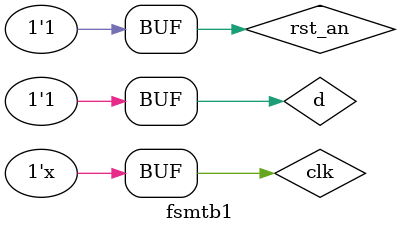
<source format=v>
module fsm(rst_an,clk,d,out);
  input rst_an,clk,d;
  output reg out;
  parameter s1=3'b000 , s2 =3'b001 , s3=3'b010,s4=3'b011,s5=3'b100;
  reg [2:0]state,next;
  
  always @(posedge clk or negedge rst_an)
  begin
  if (!rst_an)
    state<=s1;
  else
    state<=next;
  end
  
  
always @(state or d)
begin
  next=3'bx;
  case(state)
    s1:begin
      if(d)
        next = s4;
      else
        next = s2;
      end
      
    s2:begin
      if(d)
        next = s4;
      else
        next = s3;
      end
      
    s3:begin 
      if(d)
        next=s4;
      else
        next = s2;
      end
    s4:begin
      if(d)
        next = s5;
      else
        next=s2;
      end
    s5:begin
      if(d)
        next = s4;
      else
        next=s2;
      end
    endcase
    
  end
  
always @(posedge clk or negedge rst_an)
  begin
    if(!rst_an)
      out=0;
    else
      case(next)
        s3:out=1;
        s5:out=1;
        default:out=0;
      endcase
    end
  endmodule

module fsmtb1;
	reg d,clk,rst_an;
	wire out;
	fsm t1(.rst_an(rst_an),.clk(clk),.d(d),.out(out));
	initial begin
	$monitor ($time,":Time \t d=%b rst_an=%b clk=%b\t out=%b",d,rst_an,clk,out);
	clk=0;
	rst_an=0;
	#10 rst_an =1;
	#20 d=1'b0;
	#40$display("\n\t\t\t 00 Sequence Detected\n");
	#40 $display("\n\t\t\tNon Overlapping Condition\n");
	#10  d=1'b1;
	#5 $display("\n\t\t\t   Data is 1 now\n");
	#70 $display("\n\t\t\t11 Sequence Detected\n");
	#40 $display("\n\t\t\tNon Overlapping Condition\n");
	end
	always 
	#20 clk=~clk;
endmodule

</source>
